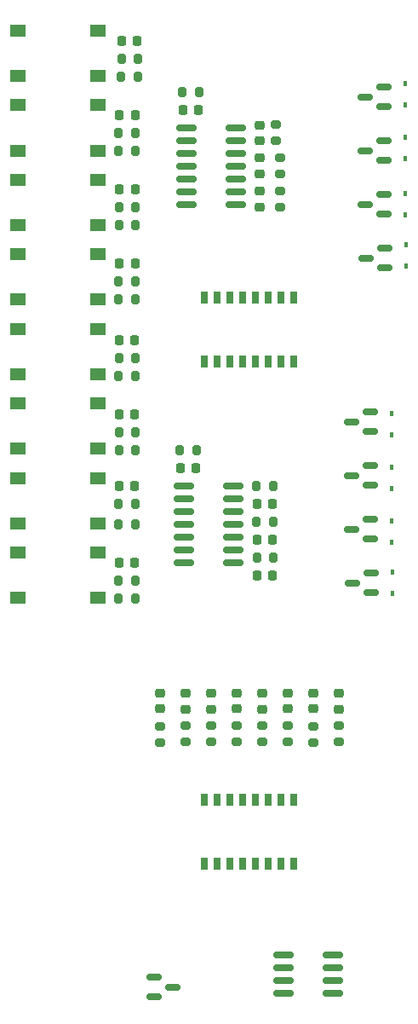
<source format=gbr>
%TF.GenerationSoftware,KiCad,Pcbnew,(6.0.5)*%
%TF.CreationDate,2023-02-22T06:39:25-08:00*%
%TF.ProjectId,wisseq,77697373-6571-42e6-9b69-6361645f7063,rev?*%
%TF.SameCoordinates,Original*%
%TF.FileFunction,Paste,Top*%
%TF.FilePolarity,Positive*%
%FSLAX46Y46*%
G04 Gerber Fmt 4.6, Leading zero omitted, Abs format (unit mm)*
G04 Created by KiCad (PCBNEW (6.0.5)) date 2023-02-22 06:39:25*
%MOMM*%
%LPD*%
G01*
G04 APERTURE LIST*
G04 Aperture macros list*
%AMRoundRect*
0 Rectangle with rounded corners*
0 $1 Rounding radius*
0 $2 $3 $4 $5 $6 $7 $8 $9 X,Y pos of 4 corners*
0 Add a 4 corners polygon primitive as box body*
4,1,4,$2,$3,$4,$5,$6,$7,$8,$9,$2,$3,0*
0 Add four circle primitives for the rounded corners*
1,1,$1+$1,$2,$3*
1,1,$1+$1,$4,$5*
1,1,$1+$1,$6,$7*
1,1,$1+$1,$8,$9*
0 Add four rect primitives between the rounded corners*
20,1,$1+$1,$2,$3,$4,$5,0*
20,1,$1+$1,$4,$5,$6,$7,0*
20,1,$1+$1,$6,$7,$8,$9,0*
20,1,$1+$1,$8,$9,$2,$3,0*%
G04 Aperture macros list end*
%ADD10R,0.800000X1.300000*%
%ADD11RoundRect,0.150000X0.825000X0.150000X-0.825000X0.150000X-0.825000X-0.150000X0.825000X-0.150000X0*%
%ADD12RoundRect,0.150000X-0.825000X-0.150000X0.825000X-0.150000X0.825000X0.150000X-0.825000X0.150000X0*%
%ADD13R,1.550000X1.300000*%
%ADD14RoundRect,0.200000X0.275000X-0.200000X0.275000X0.200000X-0.275000X0.200000X-0.275000X-0.200000X0*%
%ADD15RoundRect,0.200000X-0.200000X-0.275000X0.200000X-0.275000X0.200000X0.275000X-0.200000X0.275000X0*%
%ADD16RoundRect,0.150000X-0.587500X-0.150000X0.587500X-0.150000X0.587500X0.150000X-0.587500X0.150000X0*%
%ADD17RoundRect,0.150000X0.587500X0.150000X-0.587500X0.150000X-0.587500X-0.150000X0.587500X-0.150000X0*%
%ADD18RoundRect,0.218750X-0.256250X0.218750X-0.256250X-0.218750X0.256250X-0.218750X0.256250X0.218750X0*%
%ADD19R,0.450000X0.600000*%
%ADD20RoundRect,0.218750X0.218750X0.256250X-0.218750X0.256250X-0.218750X-0.256250X0.218750X-0.256250X0*%
%ADD21RoundRect,0.225000X-0.225000X-0.250000X0.225000X-0.250000X0.225000X0.250000X-0.225000X0.250000X0*%
%ADD22RoundRect,0.225000X0.250000X-0.225000X0.250000X0.225000X-0.250000X0.225000X-0.250000X-0.225000X0*%
%ADD23RoundRect,0.225000X0.225000X0.250000X-0.225000X0.250000X-0.225000X-0.250000X0.225000X-0.250000X0*%
G04 APERTURE END LIST*
D10*
%TO.C,U5*%
X50424000Y-115785000D03*
X49144000Y-115785000D03*
X47884000Y-115785000D03*
X46614000Y-115785000D03*
X45334000Y-115785000D03*
X44064000Y-115785000D03*
X42804000Y-115785000D03*
X41524000Y-115785000D03*
X41524000Y-122085000D03*
X42804000Y-122085000D03*
X44064000Y-122085000D03*
X45334000Y-122085000D03*
X46614000Y-122085000D03*
X47884000Y-122085000D03*
X49144000Y-122085000D03*
X50424000Y-122085000D03*
%TD*%
D11*
%TO.C,U4*%
X44639000Y-56642000D03*
X44639000Y-55372000D03*
X44639000Y-54102000D03*
X44639000Y-52832000D03*
X44639000Y-51562000D03*
X44639000Y-50292000D03*
X44639000Y-49022000D03*
X39689000Y-49022000D03*
X39689000Y-50292000D03*
X39689000Y-51562000D03*
X39689000Y-52832000D03*
X39689000Y-54102000D03*
X39689000Y-55372000D03*
X39689000Y-56642000D03*
%TD*%
%TO.C,U3*%
X44385000Y-92202000D03*
X44385000Y-90932000D03*
X44385000Y-89662000D03*
X44385000Y-88392000D03*
X44385000Y-87122000D03*
X44385000Y-85852000D03*
X44385000Y-84582000D03*
X39435000Y-84582000D03*
X39435000Y-85852000D03*
X39435000Y-87122000D03*
X39435000Y-88392000D03*
X39435000Y-89662000D03*
X39435000Y-90932000D03*
X39435000Y-92202000D03*
%TD*%
D10*
%TO.C,U2*%
X41524000Y-72238000D03*
X42804000Y-72238000D03*
X44064000Y-72238000D03*
X45334000Y-72238000D03*
X46614000Y-72238000D03*
X47884000Y-72238000D03*
X49144000Y-72238000D03*
X50424000Y-72238000D03*
X50424000Y-65938000D03*
X49144000Y-65938000D03*
X47884000Y-65938000D03*
X46614000Y-65938000D03*
X45334000Y-65938000D03*
X44064000Y-65938000D03*
X42804000Y-65938000D03*
X41524000Y-65938000D03*
%TD*%
D12*
%TO.C,U1*%
X49341000Y-131191000D03*
X49341000Y-132461000D03*
X49341000Y-133731000D03*
X49341000Y-135001000D03*
X54291000Y-135001000D03*
X54291000Y-133731000D03*
X54291000Y-132461000D03*
X54291000Y-131191000D03*
%TD*%
D13*
%TO.C,SW8*%
X22949000Y-43906000D03*
X30899000Y-43906000D03*
X30899000Y-39406000D03*
X22949000Y-39406000D03*
%TD*%
%TO.C,SW7*%
X22949000Y-51308285D03*
X30899000Y-51308285D03*
X30899000Y-46808285D03*
X22949000Y-46808285D03*
%TD*%
%TO.C,SW6*%
X22949000Y-58710570D03*
X30899000Y-58710570D03*
X30899000Y-54210570D03*
X22949000Y-54210570D03*
%TD*%
%TO.C,SW5*%
X22949000Y-66112855D03*
X30899000Y-66112855D03*
X30899000Y-61612855D03*
X22949000Y-61612855D03*
%TD*%
%TO.C,SW4*%
X22949000Y-73515140D03*
X30899000Y-73515140D03*
X30899000Y-69015140D03*
X22949000Y-69015140D03*
%TD*%
%TO.C,SW3*%
X22949000Y-80917425D03*
X30899000Y-80917425D03*
X30899000Y-76417425D03*
X22949000Y-76417425D03*
%TD*%
%TO.C,SW2*%
X22949000Y-88319710D03*
X30899000Y-88319710D03*
X30899000Y-83819710D03*
X22949000Y-83819710D03*
%TD*%
%TO.C,SW1*%
X22949000Y-95722000D03*
X30899000Y-95722000D03*
X30899000Y-91222000D03*
X22949000Y-91222000D03*
%TD*%
D14*
%TO.C,R32*%
X37084000Y-110108000D03*
X37084000Y-108458000D03*
%TD*%
%TO.C,R31*%
X39624000Y-110045000D03*
X39624000Y-108395000D03*
%TD*%
%TO.C,R30*%
X42164000Y-110045000D03*
X42164000Y-108395000D03*
%TD*%
%TO.C,R29*%
X44704000Y-110045000D03*
X44704000Y-108395000D03*
%TD*%
%TO.C,R28*%
X47244000Y-108395000D03*
X47244000Y-110045000D03*
%TD*%
%TO.C,R27*%
X49784000Y-108395000D03*
X49784000Y-110045000D03*
%TD*%
%TO.C,R26*%
X52324000Y-108458000D03*
X52324000Y-110108000D03*
%TD*%
%TO.C,R25*%
X54864000Y-108395000D03*
X54864000Y-110045000D03*
%TD*%
D15*
%TO.C,R24*%
X39307000Y-45466000D03*
X40957000Y-45466000D03*
%TD*%
D14*
%TO.C,R23*%
X48579000Y-50355000D03*
X48579000Y-48705000D03*
%TD*%
%TO.C,R22*%
X49022000Y-53657000D03*
X49022000Y-52007000D03*
%TD*%
%TO.C,R21*%
X49022000Y-56959000D03*
X49022000Y-55309000D03*
%TD*%
D15*
%TO.C,R20*%
X39053000Y-81026000D03*
X40703000Y-81026000D03*
%TD*%
%TO.C,R19*%
X46673000Y-84582000D03*
X48323000Y-84582000D03*
%TD*%
%TO.C,R18*%
X46673000Y-88138000D03*
X48323000Y-88138000D03*
%TD*%
%TO.C,R17*%
X46736000Y-91694000D03*
X48386000Y-91694000D03*
%TD*%
%TO.C,R16*%
X33274000Y-42164000D03*
X34924000Y-42164000D03*
%TD*%
%TO.C,R15*%
X32957000Y-49530000D03*
X34607000Y-49530000D03*
%TD*%
%TO.C,R14*%
X33020000Y-56896000D03*
X34670000Y-56896000D03*
%TD*%
%TO.C,R13*%
X32957000Y-64262000D03*
X34607000Y-64262000D03*
%TD*%
%TO.C,R12*%
X33020000Y-71882000D03*
X34670000Y-71882000D03*
%TD*%
%TO.C,R11*%
X33020000Y-79248000D03*
X34670000Y-79248000D03*
%TD*%
%TO.C,R10*%
X32957000Y-86360000D03*
X34607000Y-86360000D03*
%TD*%
%TO.C,R9*%
X32957000Y-93980000D03*
X34607000Y-93980000D03*
%TD*%
%TO.C,R8*%
X33211000Y-43942000D03*
X34861000Y-43942000D03*
%TD*%
%TO.C,R7*%
X32957000Y-51308000D03*
X34607000Y-51308000D03*
%TD*%
%TO.C,R6*%
X33020000Y-58674000D03*
X34670000Y-58674000D03*
%TD*%
%TO.C,R5*%
X32957000Y-66040000D03*
X34607000Y-66040000D03*
%TD*%
%TO.C,R4*%
X32957000Y-73660000D03*
X34607000Y-73660000D03*
%TD*%
%TO.C,R3*%
X33020000Y-81026000D03*
X34670000Y-81026000D03*
%TD*%
%TO.C,R2*%
X32957000Y-88410000D03*
X34607000Y-88410000D03*
%TD*%
%TO.C,R1*%
X32957000Y-95758000D03*
X34607000Y-95758000D03*
%TD*%
D16*
%TO.C,Q9*%
X36479000Y-133416000D03*
X36479000Y-135316000D03*
X38354000Y-134366000D03*
%TD*%
D17*
%TO.C,Q8*%
X57561000Y-61976000D03*
X59436000Y-61026000D03*
X59436000Y-62926000D03*
%TD*%
%TO.C,Q7*%
X57482500Y-56642000D03*
X59357500Y-55692000D03*
X59357500Y-57592000D03*
%TD*%
%TO.C,Q6*%
X58009000Y-79182000D03*
X58009000Y-77282000D03*
X56134000Y-78232000D03*
%TD*%
%TO.C,Q5*%
X58009000Y-84516000D03*
X58009000Y-82616000D03*
X56134000Y-83566000D03*
%TD*%
%TO.C,Q4*%
X59357500Y-46924000D03*
X59357500Y-45024000D03*
X57482500Y-45974000D03*
%TD*%
%TO.C,Q3*%
X59357500Y-52258000D03*
X59357500Y-50358000D03*
X57482500Y-51308000D03*
%TD*%
%TO.C,Q2*%
X58009000Y-89850000D03*
X58009000Y-87950000D03*
X56134000Y-88900000D03*
%TD*%
%TO.C,Q1*%
X58087500Y-95184000D03*
X58087500Y-93284000D03*
X56212500Y-94234000D03*
%TD*%
D18*
%TO.C,D24*%
X37084000Y-105168000D03*
X37084000Y-106743000D03*
%TD*%
%TO.C,D23*%
X39624000Y-105193500D03*
X39624000Y-106768500D03*
%TD*%
%TO.C,D22*%
X42164000Y-105193500D03*
X42164000Y-106768500D03*
%TD*%
%TO.C,D21*%
X44704000Y-105168000D03*
X44704000Y-106743000D03*
%TD*%
%TO.C,D20*%
X47244000Y-105193500D03*
X47244000Y-106768500D03*
%TD*%
%TO.C,D19*%
X49784000Y-105168000D03*
X49784000Y-106743000D03*
%TD*%
%TO.C,D18*%
X52324000Y-105168000D03*
X52324000Y-106743000D03*
%TD*%
%TO.C,D17*%
X54864000Y-105193500D03*
X54864000Y-106768500D03*
%TD*%
D19*
%TO.C,D16*%
X61546500Y-62772000D03*
X61546500Y-60672000D03*
%TD*%
%TO.C,D15*%
X61468000Y-55592000D03*
X61468000Y-57692000D03*
%TD*%
%TO.C,D14*%
X60119500Y-79536000D03*
X60119500Y-77436000D03*
%TD*%
%TO.C,D13*%
X60119500Y-82770000D03*
X60119500Y-84870000D03*
%TD*%
%TO.C,D12*%
X61468000Y-46770000D03*
X61468000Y-44670000D03*
%TD*%
%TO.C,D11*%
X61468000Y-52104000D03*
X61468000Y-50004000D03*
%TD*%
%TO.C,D10*%
X60119500Y-90204000D03*
X60119500Y-88104000D03*
%TD*%
%TO.C,D9*%
X60198000Y-93184000D03*
X60198000Y-95284000D03*
%TD*%
D20*
%TO.C,D8*%
X34823500Y-40386000D03*
X33248500Y-40386000D03*
%TD*%
%TO.C,D7*%
X34620500Y-47752000D03*
X33045500Y-47752000D03*
%TD*%
%TO.C,D6*%
X34620500Y-55118000D03*
X33045500Y-55118000D03*
%TD*%
%TO.C,D5*%
X34620500Y-62484000D03*
X33045500Y-62484000D03*
%TD*%
%TO.C,D4*%
X34569500Y-70104000D03*
X32994500Y-70104000D03*
%TD*%
%TO.C,D3*%
X34569500Y-77470000D03*
X32994500Y-77470000D03*
%TD*%
%TO.C,D2*%
X34595000Y-84582000D03*
X33020000Y-84582000D03*
%TD*%
%TO.C,D1*%
X34595000Y-92202000D03*
X33020000Y-92202000D03*
%TD*%
D21*
%TO.C,C8*%
X39357000Y-47244000D03*
X40907000Y-47244000D03*
%TD*%
D22*
%TO.C,C7*%
X46990000Y-50318000D03*
X46990000Y-48768000D03*
%TD*%
%TO.C,C6*%
X46990000Y-53607000D03*
X46990000Y-52057000D03*
%TD*%
%TO.C,C5*%
X46990000Y-56909000D03*
X46990000Y-55359000D03*
%TD*%
D23*
%TO.C,C4*%
X40653000Y-82804000D03*
X39103000Y-82804000D03*
%TD*%
D21*
%TO.C,C3*%
X46736000Y-86360000D03*
X48286000Y-86360000D03*
%TD*%
%TO.C,C2*%
X46736000Y-89916000D03*
X48286000Y-89916000D03*
%TD*%
%TO.C,C1*%
X46736000Y-93472000D03*
X48286000Y-93472000D03*
%TD*%
M02*

</source>
